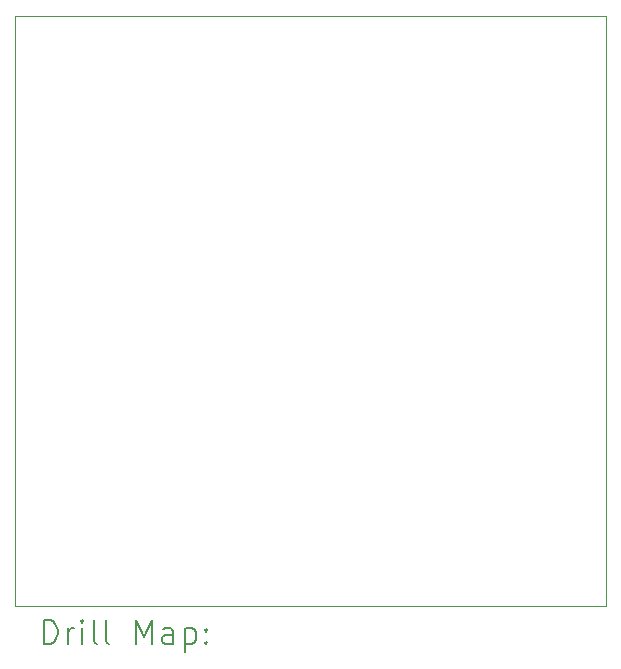
<source format=gbr>
%TF.GenerationSoftware,KiCad,Pcbnew,7.0.1-0*%
%TF.CreationDate,2023-04-19T13:52:22-05:00*%
%TF.ProjectId,ME 433 HW3,4d452034-3333-4204-9857-332e6b696361,rev?*%
%TF.SameCoordinates,Original*%
%TF.FileFunction,Drillmap*%
%TF.FilePolarity,Positive*%
%FSLAX45Y45*%
G04 Gerber Fmt 4.5, Leading zero omitted, Abs format (unit mm)*
G04 Created by KiCad (PCBNEW 7.0.1-0) date 2023-04-19 13:52:22*
%MOMM*%
%LPD*%
G01*
G04 APERTURE LIST*
%ADD10C,0.100000*%
%ADD11C,0.200000*%
G04 APERTURE END LIST*
D10*
X10000000Y-10000000D02*
X15000000Y-10000000D01*
X15000000Y-15000000D01*
X10000000Y-15000000D01*
X10000000Y-10000000D01*
D11*
X10242619Y-15317524D02*
X10242619Y-15117524D01*
X10242619Y-15117524D02*
X10290238Y-15117524D01*
X10290238Y-15117524D02*
X10318810Y-15127048D01*
X10318810Y-15127048D02*
X10337857Y-15146095D01*
X10337857Y-15146095D02*
X10347381Y-15165143D01*
X10347381Y-15165143D02*
X10356905Y-15203238D01*
X10356905Y-15203238D02*
X10356905Y-15231809D01*
X10356905Y-15231809D02*
X10347381Y-15269905D01*
X10347381Y-15269905D02*
X10337857Y-15288952D01*
X10337857Y-15288952D02*
X10318810Y-15308000D01*
X10318810Y-15308000D02*
X10290238Y-15317524D01*
X10290238Y-15317524D02*
X10242619Y-15317524D01*
X10442619Y-15317524D02*
X10442619Y-15184190D01*
X10442619Y-15222286D02*
X10452143Y-15203238D01*
X10452143Y-15203238D02*
X10461667Y-15193714D01*
X10461667Y-15193714D02*
X10480714Y-15184190D01*
X10480714Y-15184190D02*
X10499762Y-15184190D01*
X10566429Y-15317524D02*
X10566429Y-15184190D01*
X10566429Y-15117524D02*
X10556905Y-15127048D01*
X10556905Y-15127048D02*
X10566429Y-15136571D01*
X10566429Y-15136571D02*
X10575952Y-15127048D01*
X10575952Y-15127048D02*
X10566429Y-15117524D01*
X10566429Y-15117524D02*
X10566429Y-15136571D01*
X10690238Y-15317524D02*
X10671190Y-15308000D01*
X10671190Y-15308000D02*
X10661667Y-15288952D01*
X10661667Y-15288952D02*
X10661667Y-15117524D01*
X10795000Y-15317524D02*
X10775952Y-15308000D01*
X10775952Y-15308000D02*
X10766429Y-15288952D01*
X10766429Y-15288952D02*
X10766429Y-15117524D01*
X11023571Y-15317524D02*
X11023571Y-15117524D01*
X11023571Y-15117524D02*
X11090238Y-15260381D01*
X11090238Y-15260381D02*
X11156905Y-15117524D01*
X11156905Y-15117524D02*
X11156905Y-15317524D01*
X11337857Y-15317524D02*
X11337857Y-15212762D01*
X11337857Y-15212762D02*
X11328333Y-15193714D01*
X11328333Y-15193714D02*
X11309286Y-15184190D01*
X11309286Y-15184190D02*
X11271190Y-15184190D01*
X11271190Y-15184190D02*
X11252143Y-15193714D01*
X11337857Y-15308000D02*
X11318809Y-15317524D01*
X11318809Y-15317524D02*
X11271190Y-15317524D01*
X11271190Y-15317524D02*
X11252143Y-15308000D01*
X11252143Y-15308000D02*
X11242619Y-15288952D01*
X11242619Y-15288952D02*
X11242619Y-15269905D01*
X11242619Y-15269905D02*
X11252143Y-15250857D01*
X11252143Y-15250857D02*
X11271190Y-15241333D01*
X11271190Y-15241333D02*
X11318809Y-15241333D01*
X11318809Y-15241333D02*
X11337857Y-15231809D01*
X11433095Y-15184190D02*
X11433095Y-15384190D01*
X11433095Y-15193714D02*
X11452143Y-15184190D01*
X11452143Y-15184190D02*
X11490238Y-15184190D01*
X11490238Y-15184190D02*
X11509286Y-15193714D01*
X11509286Y-15193714D02*
X11518809Y-15203238D01*
X11518809Y-15203238D02*
X11528333Y-15222286D01*
X11528333Y-15222286D02*
X11528333Y-15279428D01*
X11528333Y-15279428D02*
X11518809Y-15298476D01*
X11518809Y-15298476D02*
X11509286Y-15308000D01*
X11509286Y-15308000D02*
X11490238Y-15317524D01*
X11490238Y-15317524D02*
X11452143Y-15317524D01*
X11452143Y-15317524D02*
X11433095Y-15308000D01*
X11614048Y-15298476D02*
X11623571Y-15308000D01*
X11623571Y-15308000D02*
X11614048Y-15317524D01*
X11614048Y-15317524D02*
X11604524Y-15308000D01*
X11604524Y-15308000D02*
X11614048Y-15298476D01*
X11614048Y-15298476D02*
X11614048Y-15317524D01*
X11614048Y-15193714D02*
X11623571Y-15203238D01*
X11623571Y-15203238D02*
X11614048Y-15212762D01*
X11614048Y-15212762D02*
X11604524Y-15203238D01*
X11604524Y-15203238D02*
X11614048Y-15193714D01*
X11614048Y-15193714D02*
X11614048Y-15212762D01*
M02*

</source>
